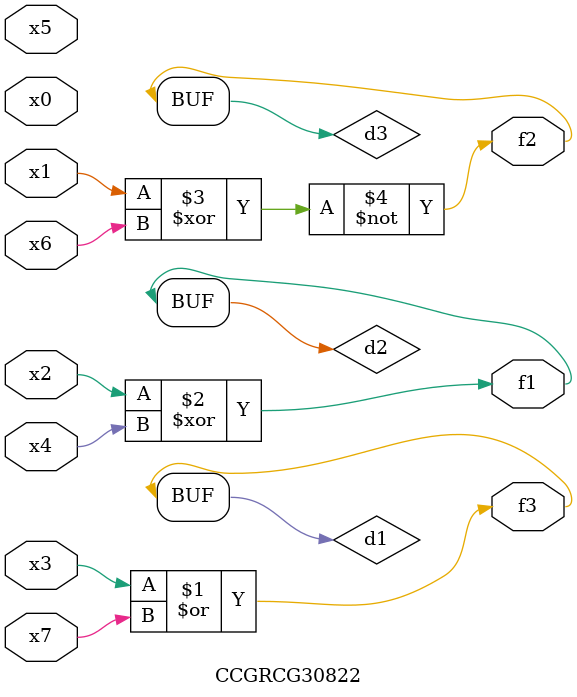
<source format=v>
module CCGRCG30822(
	input x0, x1, x2, x3, x4, x5, x6, x7,
	output f1, f2, f3
);

	wire d1, d2, d3;

	or (d1, x3, x7);
	xor (d2, x2, x4);
	xnor (d3, x1, x6);
	assign f1 = d2;
	assign f2 = d3;
	assign f3 = d1;
endmodule

</source>
